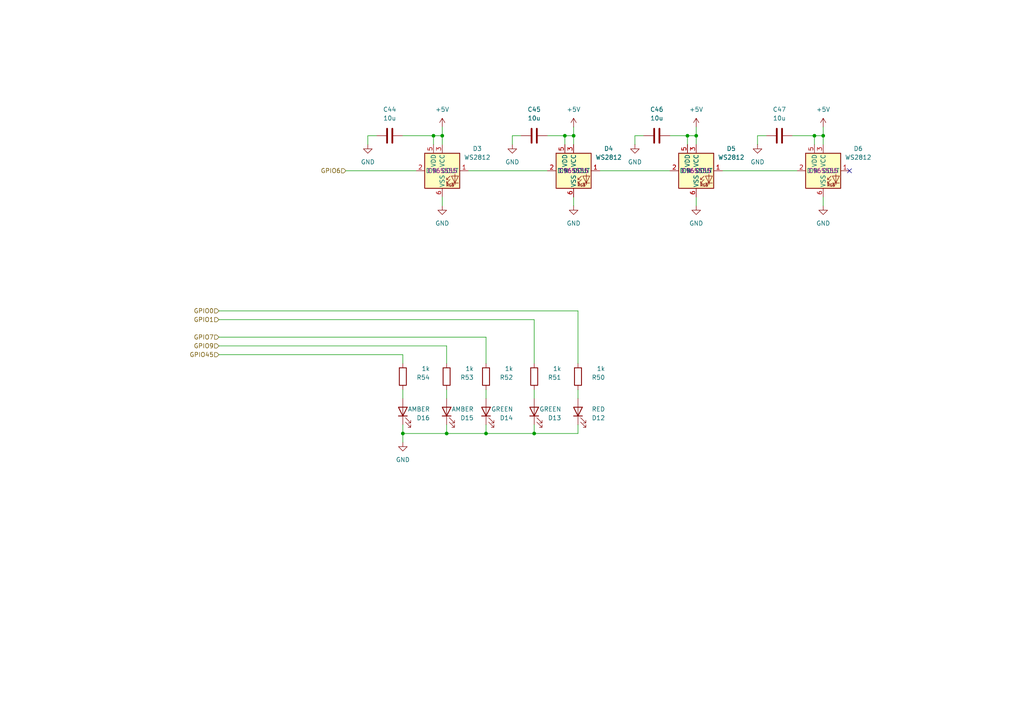
<source format=kicad_sch>
(kicad_sch (version 20250114) (generator "eeschema") (generator_version "9.0")
  (paper "A4")
  (title_block (rev "Rev.1"))
  (lib_symbols
    (symbol "Device:C" (pin_numbers (hide yes)) (pin_names (offset 0.254))
      (property "Reference" "C" (at 0.635 2.54 0))
      (property "Value" "C" (at 0.635 -2.54 0))
      (symbol "C_0_1"
        (polyline (pts (xy -2.032 0.762) (xy 2.032 0.762)) (stroke (width 0.508)))
        (polyline (pts (xy -2.032 -0.762) (xy 2.032 -0.762)) (stroke (width 0.508)))
      )
      (symbol "C_1_1"
        (pin passive line (at 0 3.81 270) (length 2.794) (name "~") (number "1"))
        (pin passive line (at 0 -3.81 90) (length 2.794) (name "~") (number "2"))
      )
    )
    (symbol "Device:R" (pin_numbers (hide yes)) (pin_names (offset 0))
      (property "Reference" "R" (at 2.032 0 90))
      (property "Value" "R" (at 0 0 90))
      (symbol "R_0_1"
        (rectangle (start -1.016 -2.54) (end 1.016 2.54) (stroke (width 0.254)))
      )
      (symbol "R_1_1"
        (pin passive line (at 0 3.81 270) (length 1.27) (name "~") (number "1"))
        (pin passive line (at 0 -3.81 90) (length 1.27) (name "~") (number "2"))
      )
    )
    (symbol "LED:WS2812" (pin_names (offset 0.254))
      (property "Reference" "D" (at 5.08 5.715 0))
      (property "Value" "WS2812" (at 1.27 -5.715 0))
      (symbol "WS2812_0_0"
        (text "RGB" (at 2.286 -4.191 0) (effects (font (size 0.762 0.762))))
      )
      (symbol "WS2812_0_1"
        (polyline (pts (xy 1.27 -2.54) (xy 1.778 -2.54)))
        (polyline (pts (xy 1.27 -3.556) (xy 1.778 -3.556)))
        (polyline (pts (xy 2.286 -1.524) (xy 1.27 -2.54) (xy 1.27 -2.032)))
        (polyline (pts (xy 2.286 -2.54) (xy 1.27 -3.556) (xy 1.27 -3.048)))
        (polyline (pts (xy 3.683 -1.016) (xy 3.683 -3.556) (xy 3.683 -4.064)))
        (polyline (pts (xy 4.699 -1.524) (xy 2.667 -1.524) (xy 3.683 -3.556) (xy 4.699 -1.524)))
        (polyline (pts (xy 4.699 -3.556) (xy 2.667 -3.556)))
        (rectangle (start 5.08 5.08) (end -5.08 -5.08) (stroke (width 0.254)) (fill (type background)))
      )
      (symbol "WS2812_1_1"
        (pin input line (at -7.62 0 0) (length 2.54) (name "DIN") (number "2"))
        (pin power_in line (at -2.54 7.62 270) (length 2.54) (name "VDD") (number "5"))
        (pin power_in line (at 0 7.62 270) (length 2.54) (name "VCC") (number "3"))
        (pin power_in line (at 0 -7.62 90) (length 2.54) (name "VSS") (number "6"))
        (pin no_connect line (at 5.08 2.54 180) (length 2.54) (hide yes) (name "NC") (number "4"))
        (pin output line (at 7.62 0 180) (length 2.54) (name "DOUT") (number "1"))
      )
    )
    (symbol "SparkFun-LED:LED" (pin_numbers (hide yes)) (pin_names (offset 1.016) (hide yes))
      (property "Reference" "D" (at 0 2.54 0))
      (property "Value" "LED" (at 0 -2.54 0))
      (symbol "LED_0_1"
        (polyline (pts (xy -3.048 -0.762) (xy -4.572 -2.286) (xy -3.81 -2.286) (xy -4.572 -2.286) (xy -4.572 -1.524)))
        (polyline (pts (xy -1.778 -0.762) (xy -3.302 -2.286) (xy -2.54 -2.286) (xy -3.302 -2.286) (xy -3.302 -1.524)))
        (polyline (pts (xy -1.27 0) (xy 1.27 0)))
        (polyline (pts (xy -1.27 -1.27) (xy -1.27 1.27)) (stroke (width 0.254)))
        (polyline (pts (xy 1.27 -1.27) (xy 1.27 1.27) (xy -1.27 0) (xy 1.27 -1.27)) (stroke (width 0.254)))
      )
      (symbol "LED_1_1"
        (pin passive line (at -3.81 0 0) (length 2.54) (name "K") (number "1"))
        (pin passive line (at 3.81 0 180) (length 2.54) (name "A") (number "2"))
      )
    )
    (symbol "power:+5V" (power) (pin_numbers (hide yes)) (pin_names (offset 0) (hide yes))
      (property "Value" "+5V" (at 0 3.556 0))
      (symbol "+5V_0_1"
        (polyline (pts (xy -0.762 1.27) (xy 0 2.54)))
        (polyline (pts (xy 0 2.54) (xy 0.762 1.27)))
        (polyline (pts (xy 0 0) (xy 0 2.54)))
      )
      (symbol "+5V_1_1"
        (pin power_in line (at 0 0 90) (length 0) (name "~") (number "1"))
      )
    )
    (symbol "power:GND" (power) (pin_numbers (hide yes)) (pin_names (offset 0) (hide yes))
      (property "Value" "GND" (at 0 -3.81 0))
      (symbol "GND_0_1"
        (polyline (pts (xy 0 0) (xy 0 -1.27) (xy 1.27 -1.27) (xy 0 -2.54) (xy -1.27 -1.27) (xy 0 -1.27)))
      )
      (symbol "GND_1_1"
        (pin power_in line (at 0 0 270) (length 0) (name "~") (number "1"))
      )
    )
  )
  (junction (at 125.73 39.37))
  (junction (at 199.39 39.37))
  (junction (at 154.94 125.73))
  (junction (at 166.37 39.37))
  (junction (at 201.93 39.37))
  (junction (at 129.54 125.73))
  (junction (at 236.22 39.37))
  (junction (at 238.76 39.37))
  (junction (at 163.83 39.37))
  (junction (at 116.84 125.73))
  (junction (at 128.27 39.37))
  (junction (at 140.97 125.73))
  (no_connect (at 246.38 49.53))
  (wire (pts (xy 219.71 39.37) (xy 222.25 39.37)))
  (wire (pts (xy 199.39 39.37) (xy 199.39 41.91)))
  (wire (pts (xy 201.93 36.83) (xy 201.93 39.37)))
  (wire (pts (xy 116.84 125.73) (xy 129.54 125.73)))
  (wire (pts (xy 140.97 123.19) (xy 140.97 125.73)))
  (wire (pts (xy 129.54 125.73) (xy 140.97 125.73)))
  (wire (pts (xy 173.99 49.53) (xy 194.31 49.53)))
  (wire (pts (xy 63.5 92.71) (xy 154.94 92.71)))
  (wire (pts (xy 63.5 102.87) (xy 116.84 102.87)))
  (wire (pts (xy 167.64 113.03) (xy 167.64 115.57)))
  (wire (pts (xy 238.76 39.37) (xy 238.76 41.91)))
  (wire (pts (xy 166.37 57.15) (xy 166.37 59.69)))
  (wire (pts (xy 154.94 92.71) (xy 154.94 105.41)))
  (wire (pts (xy 184.15 39.37) (xy 186.69 39.37)))
  (wire (pts (xy 167.64 90.17) (xy 167.64 105.41)))
  (wire (pts (xy 229.87 39.37) (xy 236.22 39.37)))
  (wire (pts (xy 100.33 49.53) (xy 120.65 49.53)))
  (wire (pts (xy 201.93 39.37) (xy 201.93 41.91)))
  (wire (pts (xy 194.31 39.37) (xy 199.39 39.37)))
  (wire (pts (xy 184.15 41.91) (xy 184.15 39.37)))
  (wire (pts (xy 166.37 39.37) (xy 163.83 39.37)))
  (wire (pts (xy 201.93 57.15) (xy 201.93 59.69)))
  (wire (pts (xy 209.55 49.53) (xy 231.14 49.53)))
  (wire (pts (xy 135.89 49.53) (xy 158.75 49.53)))
  (wire (pts (xy 201.93 39.37) (xy 199.39 39.37)))
  (wire (pts (xy 238.76 39.37) (xy 236.22 39.37)))
  (wire (pts (xy 238.76 57.15) (xy 238.76 59.69)))
  (wire (pts (xy 128.27 39.37) (xy 125.73 39.37)))
  (wire (pts (xy 154.94 125.73) (xy 167.64 125.73)))
  (wire (pts (xy 166.37 36.83) (xy 166.37 39.37)))
  (wire (pts (xy 140.97 97.79) (xy 140.97 105.41)))
  (wire (pts (xy 116.84 123.19) (xy 116.84 125.73)))
  (wire (pts (xy 148.59 41.91) (xy 148.59 39.37)))
  (wire (pts (xy 129.54 105.41) (xy 129.54 100.33)))
  (wire (pts (xy 63.5 100.33) (xy 129.54 100.33)))
  (wire (pts (xy 63.5 90.17) (xy 167.64 90.17)))
  (wire (pts (xy 236.22 39.37) (xy 236.22 41.91)))
  (wire (pts (xy 116.84 39.37) (xy 125.73 39.37)))
  (wire (pts (xy 158.75 39.37) (xy 163.83 39.37)))
  (wire (pts (xy 125.73 39.37) (xy 125.73 41.91)))
  (wire (pts (xy 148.59 39.37) (xy 151.13 39.37)))
  (wire (pts (xy 140.97 97.79) (xy 63.5 97.79)))
  (wire (pts (xy 128.27 39.37) (xy 128.27 41.91)))
  (wire (pts (xy 116.84 113.03) (xy 116.84 115.57)))
  (wire (pts (xy 140.97 113.03) (xy 140.97 115.57)))
  (wire (pts (xy 167.64 125.73) (xy 167.64 123.19)))
  (wire (pts (xy 128.27 57.15) (xy 128.27 59.69)))
  (wire (pts (xy 154.94 113.03) (xy 154.94 115.57)))
  (wire (pts (xy 166.37 39.37) (xy 166.37 41.91)))
  (wire (pts (xy 238.76 36.83) (xy 238.76 39.37)))
  (wire (pts (xy 129.54 123.19) (xy 129.54 125.73)))
  (wire (pts (xy 219.71 41.91) (xy 219.71 39.37)))
  (wire (pts (xy 106.68 39.37) (xy 109.22 39.37)))
  (wire (pts (xy 154.94 123.19) (xy 154.94 125.73)))
  (wire (pts (xy 106.68 41.91) (xy 106.68 39.37)))
  (wire (pts (xy 116.84 102.87) (xy 116.84 105.41)))
  (wire (pts (xy 116.84 128.27) (xy 116.84 125.73)))
  (wire (pts (xy 129.54 113.03) (xy 129.54 115.57)))
  (wire (pts (xy 163.83 39.37) (xy 163.83 41.91)))
  (wire (pts (xy 128.27 36.83) (xy 128.27 39.37)))
  (wire (pts (xy 140.97 125.73) (xy 154.94 125.73)))
  (hierarchical_label "GPIO45" (shape input) (at 63.5 102.87 180))
  (hierarchical_label "GPIO0" (shape input) (at 63.5 90.17 180))
  (hierarchical_label "GPIO7" (shape input) (at 63.5 97.79 180))
  (hierarchical_label "GPIO6" (shape input) (at 100.33 49.53 180))
  (hierarchical_label "GPIO1" (shape input) (at 63.5 92.71 180))
  (hierarchical_label "GPIO9" (shape input) (at 63.5 100.33 180))
  (symbol (lib_id "LED:WS2812") (at 201.93 49.53 0) (unit 1)
    (property "Reference" "D5" (at 212.09 43.1098 0))
    (property "Value" "WS2812" (at 212.09 45.6498 0))
    (property "Footprint" "LED_SMD:LED_WS2812_PLCC6_5.0x5.0mm_P1.6mm" (effects (hide yes)))
    (property "Datasheet" "https://cdn-shop.adafruit.com/datasheets/WS2812.pdf" (effects (hide yes)))
    (property "Description" "RGB LED with integrated controller" (effects (hide yes)))
    (property "LCSC" "C965555" (at 201.93 49.53 0))
  )
  (symbol (lib_id "power:GND") (at 106.68 41.91 0) (unit 1)
    (property "Reference" "#PWR085" (effects (hide yes)))
    (property "Value" "GND" (at 106.68 46.99 0))
    (property "Description" "Power symbol creates a global label with name \"GND\" , ground" (effects (hide yes)))
  )
  (symbol (lib_id "Device:C") (at 226.06 39.37 270) (unit 1)
    (property "Reference" "C47" (at 226.06 31.75 90))
    (property "Value" "10u" (at 226.06 34.29 90))
    (property "Footprint" "Capacitor_SMD:C_0402_1005Metric" (effects (hide yes)))
    (property "Description" "Unpolarized capacitor" (effects (hide yes)))
    (property "LCSC" "C15525" (effects (hide yes)))
  )
  (symbol (lib_id "power:GND") (at 219.71 41.91 0) (unit 1)
    (property "Reference" "#PWR088" (effects (hide yes)))
    (property "Value" "GND" (at 219.71 46.99 0))
    (property "Description" "Power symbol creates a global label with name \"GND\" , ground" (effects (hide yes)))
  )
  (symbol (lib_id "LED:WS2812") (at 238.76 49.53 0) (unit 1)
    (property "Reference" "D6" (at 248.92 43.1098 0))
    (property "Value" "WS2812" (at 248.92 45.6498 0))
    (property "Footprint" "LED_SMD:LED_WS2812_PLCC6_5.0x5.0mm_P1.6mm" (effects (hide yes)))
    (property "Datasheet" "https://cdn-shop.adafruit.com/datasheets/WS2812.pdf" (effects (hide yes)))
    (property "Description" "RGB LED with integrated controller" (effects (hide yes)))
    (property "LCSC" "C965555" (at 238.76 49.53 0))
  )
  (symbol (lib_id "SparkFun-LED:LED") (at 129.54 119.38 90) (unit 1)
    (property "Reference" "D15" (at 137.414 121.2215 90) (effects (justify left)))
    (property "Value" "AMBER" (at 137.414 118.6815 90) (effects (justify left)))
    (property "Footprint" "LED_SMD:LED_0603_1608Metric" (effects (hide yes)))
    (property "Description" "Light emitting diode" (effects (hide yes)))
    (property "PROD_ID" "LED-" (effects (hide yes)))
    (property "DK#" "C566D-BFE-CU0W0351-ND" (effects (hide yes)))
    (property "LCSC" "C965804" (effects (hide yes)))
  )
  (symbol (lib_id "LED:WS2812") (at 128.27 49.53 0) (unit 1)
    (property "Reference" "D3" (at 138.43 43.1098 0))
    (property "Value" "WS2812" (at 138.43 45.6498 0))
    (property "Footprint" "LED_SMD:LED_WS2812_PLCC6_5.0x5.0mm_P1.6mm" (effects (hide yes)))
    (property "Datasheet" "https://cdn-shop.adafruit.com/datasheets/WS2812.pdf" (effects (hide yes)))
    (property "Description" "RGB LED with integrated controller" (effects (hide yes)))
    (property "LCSC" "C965555" (at 128.27 49.53 0))
  )
  (symbol (lib_id "power:GND") (at 128.27 59.69 0) (unit 1)
    (property "Reference" "#PWR077" (effects (hide yes)))
    (property "Value" "GND" (at 128.27 64.77 0))
    (property "Description" "Power symbol creates a global label with name \"GND\" , ground" (effects (hide yes)))
  )
  (symbol (lib_id "power:GND") (at 116.84 128.27 0) (unit 1)
    (property "Reference" "#PWR091" (effects (hide yes)))
    (property "Value" "GND" (at 116.84 133.35 0))
    (property "Description" "Power symbol creates a global label with name \"GND\" , ground" (effects (hide yes)))
  )
  (symbol (lib_id "power:GND") (at 238.76 59.69 0) (unit 1)
    (property "Reference" "#PWR080" (effects (hide yes)))
    (property "Value" "GND" (at 238.76 64.77 0))
    (property "Description" "Power symbol creates a global label with name \"GND\" , ground" (effects (hide yes)))
  )
  (symbol (lib_id "power:+5V") (at 201.93 36.83 0) (unit 1)
    (property "Reference" "#PWR083" (effects (hide yes)))
    (property "Value" "+5V" (at 201.93 31.75 0))
    (property "Description" "Power symbol creates a global label with name \"+5V\"" (effects (hide yes)))
  )
  (symbol (lib_id "Device:R") (at 154.94 109.22 180) (unit 1)
    (property "Reference" "R51" (at 162.814 109.474 0) (effects (justify left)))
    (property "Value" "1k" (at 162.814 106.934 0) (effects (justify left)))
    (property "Footprint" "Resistor_SMD:R_0805_2012Metric" (effects (hide yes)))
    (property "Description" "Resistor" (effects (hide yes)))
    (property "DK#" "P680ACT-ND" (effects (hide yes)))
    (property "LCSC" "C17513" (effects (hide yes)))
  )
  (symbol (lib_id "power:+5V") (at 238.76 36.83 0) (unit 1)
    (property "Reference" "#PWR084" (effects (hide yes)))
    (property "Value" "+5V" (at 238.76 31.75 0))
    (property "Description" "Power symbol creates a global label with name \"+5V\"" (effects (hide yes)))
  )
  (symbol (lib_id "power:GND") (at 184.15 41.91 0) (unit 1)
    (property "Reference" "#PWR087" (effects (hide yes)))
    (property "Value" "GND" (at 184.15 46.99 0))
    (property "Description" "Power symbol creates a global label with name \"GND\" , ground" (effects (hide yes)))
  )
  (symbol (lib_id "power:+5V") (at 166.37 36.83 0) (unit 1)
    (property "Reference" "#PWR082" (effects (hide yes)))
    (property "Value" "+5V" (at 166.37 31.75 0))
    (property "Description" "Power symbol creates a global label with name \"+5V\"" (effects (hide yes)))
  )
  (symbol (lib_id "power:GND") (at 148.59 41.91 0) (unit 1)
    (property "Reference" "#PWR086" (effects (hide yes)))
    (property "Value" "GND" (at 148.59 46.99 0))
    (property "Description" "Power symbol creates a global label with name \"GND\" , ground" (effects (hide yes)))
  )
  (symbol (lib_id "Device:R") (at 116.84 109.22 180) (unit 1)
    (property "Reference" "R54" (at 124.714 109.474 0) (effects (justify left)))
    (property "Value" "1k" (at 124.714 106.934 0) (effects (justify left)))
    (property "Footprint" "Resistor_SMD:R_0805_2012Metric" (effects (hide yes)))
    (property "Description" "Resistor" (effects (hide yes)))
    (property "DK#" "P680ACT-ND" (effects (hide yes)))
    (property "LCSC" "C17513" (effects (hide yes)))
  )
  (symbol (lib_id "SparkFun-LED:LED") (at 116.84 119.38 90) (unit 1)
    (property "Reference" "D16" (at 124.714 121.2215 90) (effects (justify left)))
    (property "Value" "AMBER" (at 124.714 118.6815 90) (effects (justify left)))
    (property "Footprint" "LED_SMD:LED_0603_1608Metric" (effects (hide yes)))
    (property "Description" "Light emitting diode" (effects (hide yes)))
    (property "PROD_ID" "LED-" (effects (hide yes)))
    (property "DK#" "C566D-BFE-CU0W0351-ND" (effects (hide yes)))
    (property "LCSC" "C965804" (effects (hide yes)))
  )
  (symbol (lib_id "SparkFun-LED:LED") (at 167.64 119.38 90) (unit 1)
    (property "Reference" "D12" (at 175.514 121.2215 90) (effects (justify left)))
    (property "Value" "RED" (at 175.514 118.6815 90) (effects (justify left)))
    (property "Footprint" "LED_SMD:LED_0603_1608Metric" (effects (hide yes)))
    (property "Description" "Light emitting diode" (effects (hide yes)))
    (property "PROD_ID" "LED-" (effects (hide yes)))
    (property "DK#" "C566D-BFE-CU0W0351-ND" (effects (hide yes)))
    (property "LCSC" "C965804" (effects (hide yes)))
  )
  (symbol (lib_id "power:+5V") (at 128.27 36.83 0) (unit 1)
    (property "Reference" "#PWR081" (effects (hide yes)))
    (property "Value" "+5V" (at 128.27 31.75 0))
    (property "Description" "Power symbol creates a global label with name \"+5V\"" (effects (hide yes)))
  )
  (symbol (lib_id "SparkFun-LED:LED") (at 140.97 119.38 90) (unit 1)
    (property "Reference" "D14" (at 148.844 121.2215 90) (effects (justify left)))
    (property "Value" "GREEN" (at 148.844 118.6815 90) (effects (justify left)))
    (property "Footprint" "LED_SMD:LED_0603_1608Metric" (effects (hide yes)))
    (property "Description" "Light emitting diode" (effects (hide yes)))
    (property "PROD_ID" "LED-" (effects (hide yes)))
    (property "DK#" "C566D-BFE-CU0W0351-ND" (effects (hide yes)))
    (property "LCSC" "C965804" (effects (hide yes)))
  )
  (symbol (lib_id "LED:WS2812") (at 166.37 49.53 0) (unit 1)
    (property "Reference" "D4" (at 176.53 43.1098 0))
    (property "Value" "WS2812" (at 176.53 45.6498 0))
    (property "Footprint" "LED_SMD:LED_WS2812_PLCC6_5.0x5.0mm_P1.6mm" (effects (hide yes)))
    (property "Datasheet" "https://cdn-shop.adafruit.com/datasheets/WS2812.pdf" (effects (hide yes)))
    (property "Description" "RGB LED with integrated controller" (effects (hide yes)))
    (property "LCSC" "C965555" (at 166.37 49.53 0))
  )
  (symbol (lib_id "Device:C") (at 190.5 39.37 270) (unit 1)
    (property "Reference" "C46" (at 190.5 31.75 90))
    (property "Value" "10u" (at 190.5 34.29 90))
    (property "Footprint" "Capacitor_SMD:C_0402_1005Metric" (effects (hide yes)))
    (property "Description" "Unpolarized capacitor" (effects (hide yes)))
    (property "LCSC" "C15525" (effects (hide yes)))
  )
  (symbol (lib_id "power:GND") (at 166.37 59.69 0) (unit 1)
    (property "Reference" "#PWR078" (effects (hide yes)))
    (property "Value" "GND" (at 166.37 64.77 0))
    (property "Description" "Power symbol creates a global label with name \"GND\" , ground" (effects (hide yes)))
  )
  (symbol (lib_id "SparkFun-LED:LED") (at 154.94 119.38 90) (unit 1)
    (property "Reference" "D13" (at 162.814 121.2215 90) (effects (justify left)))
    (property "Value" "GREEN" (at 162.814 118.6815 90) (effects (justify left)))
    (property "Footprint" "LED_SMD:LED_0603_1608Metric" (effects (hide yes)))
    (property "Description" "Light emitting diode" (effects (hide yes)))
    (property "PROD_ID" "LED-" (effects (hide yes)))
    (property "DK#" "C566D-BFE-CU0W0351-ND" (effects (hide yes)))
    (property "LCSC" "C965804" (effects (hide yes)))
  )
  (symbol (lib_id "Device:R") (at 140.97 109.22 180) (unit 1)
    (property "Reference" "R52" (at 148.844 109.474 0) (effects (justify left)))
    (property "Value" "1k" (at 148.844 106.934 0) (effects (justify left)))
    (property "Footprint" "Resistor_SMD:R_0805_2012Metric" (effects (hide yes)))
    (property "Description" "Resistor" (effects (hide yes)))
    (property "DK#" "P680ACT-ND" (effects (hide yes)))
    (property "LCSC" "C17513" (effects (hide yes)))
  )
  (symbol (lib_id "Device:R") (at 129.54 109.22 180) (unit 1)
    (property "Reference" "R53" (at 137.414 109.474 0) (effects (justify left)))
    (property "Value" "1k" (at 137.414 106.934 0) (effects (justify left)))
    (property "Footprint" "Resistor_SMD:R_0805_2012Metric" (effects (hide yes)))
    (property "Description" "Resistor" (effects (hide yes)))
    (property "DK#" "P680ACT-ND" (effects (hide yes)))
    (property "LCSC" "C17513" (effects (hide yes)))
  )
  (symbol (lib_id "Device:R") (at 167.64 109.22 180) (unit 1)
    (property "Reference" "R50" (at 175.514 109.474 0) (effects (justify left)))
    (property "Value" "1k" (at 175.514 106.934 0) (effects (justify left)))
    (property "Footprint" "Resistor_SMD:R_0805_2012Metric" (effects (hide yes)))
    (property "Description" "Resistor" (effects (hide yes)))
    (property "DK#" "P680ACT-ND" (effects (hide yes)))
    (property "LCSC" "C17513" (effects (hide yes)))
  )
  (symbol (lib_id "Device:C") (at 113.03 39.37 270) (unit 1)
    (property "Reference" "C44" (at 113.03 31.75 90))
    (property "Value" "10u" (at 113.03 34.29 90))
    (property "Footprint" "Capacitor_SMD:C_0402_1005Metric" (effects (hide yes)))
    (property "Description" "Unpolarized capacitor" (effects (hide yes)))
    (property "LCSC" "C15525" (effects (hide yes)))
  )
  (symbol (lib_id "Device:C") (at 154.94 39.37 270) (unit 1)
    (property "Reference" "C45" (at 154.94 31.75 90))
    (property "Value" "10u" (at 154.94 34.29 90))
    (property "Footprint" "Capacitor_SMD:C_0402_1005Metric" (effects (hide yes)))
    (property "Description" "Unpolarized capacitor" (effects (hide yes)))
    (property "LCSC" "C15525" (effects (hide yes)))
  )
  (symbol (lib_id "power:GND") (at 201.93 59.69 0) (unit 1)
    (property "Reference" "#PWR079" (effects (hide yes)))
    (property "Value" "GND" (at 201.93 64.77 0))
    (property "Description" "Power symbol creates a global label with name \"GND\" , ground" (effects (hide yes)))
  )
)
</source>
